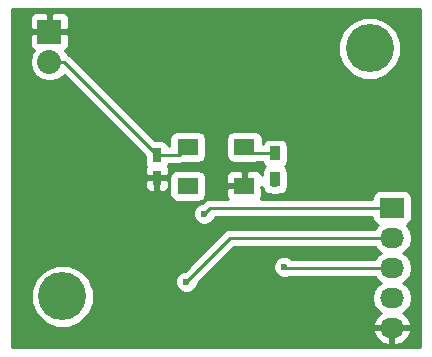
<source format=gbr>
G04 #@! TF.FileFunction,Copper,L1,Top,Signal*
%FSLAX46Y46*%
G04 Gerber Fmt 4.6, Leading zero omitted, Abs format (unit mm)*
G04 Created by KiCad (PCBNEW (2015-09-17 BZR 6202)-product) date Saturday, October 24, 2015 'PMt' 10:04:51 PM*
%MOMM*%
G01*
G04 APERTURE LIST*
%ADD10C,0.100000*%
%ADD11R,0.750000X1.200000*%
%ADD12R,2.032000X1.727200*%
%ADD13O,2.032000X1.727200*%
%ADD14R,2.032000X2.032000*%
%ADD15O,2.032000X2.032000*%
%ADD16R,0.900000X1.200000*%
%ADD17R,1.800000X1.400000*%
%ADD18C,4.064000*%
%ADD19C,0.600000*%
%ADD20C,0.250000*%
%ADD21C,0.254000*%
G04 APERTURE END LIST*
D10*
D11*
X113000000Y-114950000D03*
X113000000Y-113050000D03*
D12*
X132900000Y-117500000D03*
D13*
X132900000Y-120040000D03*
X132900000Y-122580000D03*
X132900000Y-125120000D03*
X132900000Y-127660000D03*
D14*
X103900000Y-102600000D03*
D15*
X103900000Y-105140000D03*
D16*
X123000000Y-115100000D03*
X123000000Y-112900000D03*
D17*
X115600000Y-112350000D03*
X115600000Y-115650000D03*
X120400000Y-115650000D03*
X120400000Y-112350000D03*
D18*
X131000000Y-104000000D03*
X105000000Y-125000000D03*
X105000000Y-125000000D03*
D19*
X115500000Y-123750000D03*
X117000000Y-118000000D03*
X123000000Y-115500000D03*
X123750000Y-122500000D03*
D20*
X113000000Y-113050000D02*
X114900000Y-113050000D01*
X114900000Y-113050000D02*
X115600000Y-112350000D01*
X103900000Y-105140000D02*
X105090000Y-105140000D01*
X105090000Y-105140000D02*
X113000000Y-113050000D01*
X132900000Y-120040000D02*
X119210000Y-120040000D01*
X119210000Y-120040000D02*
X115500000Y-123750000D01*
X132900000Y-117500000D02*
X117500000Y-117500000D01*
X117500000Y-117500000D02*
X117000000Y-118000000D01*
X123000000Y-115500000D02*
X123000000Y-115100000D01*
X132900000Y-122580000D02*
X123830000Y-122580000D01*
X123830000Y-122580000D02*
X123750000Y-122500000D01*
X123000000Y-112900000D02*
X120950000Y-112900000D01*
X120950000Y-112900000D02*
X120400000Y-112350000D01*
D21*
G36*
X135290000Y-129290000D02*
X100710000Y-129290000D01*
X100710000Y-128019026D01*
X131292642Y-128019026D01*
X131295291Y-128034791D01*
X131549268Y-128562036D01*
X131985680Y-128951954D01*
X132538087Y-129145184D01*
X132773000Y-129000924D01*
X132773000Y-127787000D01*
X133027000Y-127787000D01*
X133027000Y-129000924D01*
X133261913Y-129145184D01*
X133814320Y-128951954D01*
X134250732Y-128562036D01*
X134504709Y-128034791D01*
X134507358Y-128019026D01*
X134386217Y-127787000D01*
X133027000Y-127787000D01*
X132773000Y-127787000D01*
X131413783Y-127787000D01*
X131292642Y-128019026D01*
X100710000Y-128019026D01*
X100710000Y-125528172D01*
X102332538Y-125528172D01*
X102737709Y-126508761D01*
X103487293Y-127259655D01*
X104467173Y-127666536D01*
X105528172Y-127667462D01*
X106508761Y-127262291D01*
X107259655Y-126512707D01*
X107666536Y-125532827D01*
X107667462Y-124471828D01*
X107445719Y-123935167D01*
X114564838Y-123935167D01*
X114706883Y-124278943D01*
X114969673Y-124542192D01*
X115313201Y-124684838D01*
X115685167Y-124685162D01*
X116028943Y-124543117D01*
X116292192Y-124280327D01*
X116434838Y-123936799D01*
X116434879Y-123889923D01*
X119524802Y-120800000D01*
X131455352Y-120800000D01*
X131655585Y-121099670D01*
X131970366Y-121310000D01*
X131655585Y-121520330D01*
X131455352Y-121820000D01*
X124392323Y-121820000D01*
X124280327Y-121707808D01*
X123936799Y-121565162D01*
X123564833Y-121564838D01*
X123221057Y-121706883D01*
X122957808Y-121969673D01*
X122815162Y-122313201D01*
X122814838Y-122685167D01*
X122956883Y-123028943D01*
X123219673Y-123292192D01*
X123563201Y-123434838D01*
X123935167Y-123435162D01*
X124165477Y-123340000D01*
X131455352Y-123340000D01*
X131655585Y-123639670D01*
X131970366Y-123850000D01*
X131655585Y-124060330D01*
X131330729Y-124546511D01*
X131216655Y-125120000D01*
X131330729Y-125693489D01*
X131655585Y-126179670D01*
X131965069Y-126386461D01*
X131549268Y-126757964D01*
X131295291Y-127285209D01*
X131292642Y-127300974D01*
X131413783Y-127533000D01*
X132773000Y-127533000D01*
X132773000Y-127513000D01*
X133027000Y-127513000D01*
X133027000Y-127533000D01*
X134386217Y-127533000D01*
X134507358Y-127300974D01*
X134504709Y-127285209D01*
X134250732Y-126757964D01*
X133834931Y-126386461D01*
X134144415Y-126179670D01*
X134469271Y-125693489D01*
X134583345Y-125120000D01*
X134469271Y-124546511D01*
X134144415Y-124060330D01*
X133829634Y-123850000D01*
X134144415Y-123639670D01*
X134469271Y-123153489D01*
X134583345Y-122580000D01*
X134469271Y-122006511D01*
X134144415Y-121520330D01*
X133829634Y-121310000D01*
X134144415Y-121099670D01*
X134469271Y-120613489D01*
X134583345Y-120040000D01*
X134469271Y-119466511D01*
X134144415Y-118980330D01*
X134130087Y-118970757D01*
X134151317Y-118966762D01*
X134367441Y-118827690D01*
X134512431Y-118615490D01*
X134563440Y-118363600D01*
X134563440Y-116636400D01*
X134519162Y-116401083D01*
X134380090Y-116184959D01*
X134167890Y-116039969D01*
X133916000Y-115988960D01*
X131884000Y-115988960D01*
X131648683Y-116033238D01*
X131432559Y-116172310D01*
X131287569Y-116384510D01*
X131236560Y-116636400D01*
X131236560Y-116740000D01*
X121808025Y-116740000D01*
X121838327Y-116709698D01*
X121935000Y-116476309D01*
X121935000Y-115935750D01*
X121776252Y-115777002D01*
X121917049Y-115777002D01*
X121946838Y-115935317D01*
X122085910Y-116151441D01*
X122298110Y-116296431D01*
X122550000Y-116347440D01*
X122602724Y-116347440D01*
X122813201Y-116434838D01*
X123185167Y-116435162D01*
X123397471Y-116347440D01*
X123450000Y-116347440D01*
X123685317Y-116303162D01*
X123901441Y-116164090D01*
X124046431Y-115951890D01*
X124097440Y-115700000D01*
X124097440Y-114500000D01*
X124053162Y-114264683D01*
X123914090Y-114048559D01*
X123844289Y-114000866D01*
X123901441Y-113964090D01*
X124046431Y-113751890D01*
X124097440Y-113500000D01*
X124097440Y-112300000D01*
X124053162Y-112064683D01*
X123914090Y-111848559D01*
X123701890Y-111703569D01*
X123450000Y-111652560D01*
X122550000Y-111652560D01*
X122314683Y-111696838D01*
X122098559Y-111835910D01*
X121953569Y-112048110D01*
X121947440Y-112078376D01*
X121947440Y-111650000D01*
X121903162Y-111414683D01*
X121764090Y-111198559D01*
X121551890Y-111053569D01*
X121300000Y-111002560D01*
X119500000Y-111002560D01*
X119264683Y-111046838D01*
X119048559Y-111185910D01*
X118903569Y-111398110D01*
X118852560Y-111650000D01*
X118852560Y-113050000D01*
X118896838Y-113285317D01*
X119035910Y-113501441D01*
X119248110Y-113646431D01*
X119500000Y-113697440D01*
X121300000Y-113697440D01*
X121498976Y-113660000D01*
X121932666Y-113660000D01*
X121946838Y-113735317D01*
X122085910Y-113951441D01*
X122155711Y-113999134D01*
X122098559Y-114035910D01*
X121953569Y-114248110D01*
X121902560Y-114500000D01*
X121902560Y-114745374D01*
X121838327Y-114590302D01*
X121659699Y-114411673D01*
X121426310Y-114315000D01*
X120685750Y-114315000D01*
X120527000Y-114473750D01*
X120527000Y-115523000D01*
X120547000Y-115523000D01*
X120547000Y-115777000D01*
X120527000Y-115777000D01*
X120527000Y-115797000D01*
X120273000Y-115797000D01*
X120273000Y-115777000D01*
X119023750Y-115777000D01*
X118865000Y-115935750D01*
X118865000Y-116476309D01*
X118961673Y-116709698D01*
X118991975Y-116740000D01*
X117500000Y-116740000D01*
X117209161Y-116797852D01*
X116962599Y-116962599D01*
X116860320Y-117064878D01*
X116814833Y-117064838D01*
X116471057Y-117206883D01*
X116207808Y-117469673D01*
X116065162Y-117813201D01*
X116064838Y-118185167D01*
X116206883Y-118528943D01*
X116469673Y-118792192D01*
X116813201Y-118934838D01*
X117185167Y-118935162D01*
X117528943Y-118793117D01*
X117792192Y-118530327D01*
X117904442Y-118260000D01*
X131236560Y-118260000D01*
X131236560Y-118363600D01*
X131280838Y-118598917D01*
X131419910Y-118815041D01*
X131632110Y-118960031D01*
X131673439Y-118968400D01*
X131655585Y-118980330D01*
X131455352Y-119280000D01*
X119210000Y-119280000D01*
X118919160Y-119337852D01*
X118672599Y-119502599D01*
X115360320Y-122814878D01*
X115314833Y-122814838D01*
X114971057Y-122956883D01*
X114707808Y-123219673D01*
X114565162Y-123563201D01*
X114564838Y-123935167D01*
X107445719Y-123935167D01*
X107262291Y-123491239D01*
X106512707Y-122740345D01*
X105532827Y-122333464D01*
X104471828Y-122332538D01*
X103491239Y-122737709D01*
X102740345Y-123487293D01*
X102333464Y-124467173D01*
X102332538Y-125528172D01*
X100710000Y-125528172D01*
X100710000Y-115235750D01*
X111990000Y-115235750D01*
X111990000Y-115676309D01*
X112086673Y-115909698D01*
X112265301Y-116088327D01*
X112498690Y-116185000D01*
X112714250Y-116185000D01*
X112873000Y-116026250D01*
X112873000Y-115077000D01*
X113127000Y-115077000D01*
X113127000Y-116026250D01*
X113285750Y-116185000D01*
X113501310Y-116185000D01*
X113734699Y-116088327D01*
X113913327Y-115909698D01*
X114010000Y-115676309D01*
X114010000Y-115235750D01*
X113851250Y-115077000D01*
X113127000Y-115077000D01*
X112873000Y-115077000D01*
X112148750Y-115077000D01*
X111990000Y-115235750D01*
X100710000Y-115235750D01*
X100710000Y-114950000D01*
X114052560Y-114950000D01*
X114052560Y-116350000D01*
X114096838Y-116585317D01*
X114235910Y-116801441D01*
X114448110Y-116946431D01*
X114700000Y-116997440D01*
X116500000Y-116997440D01*
X116735317Y-116953162D01*
X116951441Y-116814090D01*
X117096431Y-116601890D01*
X117147440Y-116350000D01*
X117147440Y-114950000D01*
X117123674Y-114823691D01*
X118865000Y-114823691D01*
X118865000Y-115364250D01*
X119023750Y-115523000D01*
X120273000Y-115523000D01*
X120273000Y-114473750D01*
X120114250Y-114315000D01*
X119373690Y-114315000D01*
X119140301Y-114411673D01*
X118961673Y-114590302D01*
X118865000Y-114823691D01*
X117123674Y-114823691D01*
X117103162Y-114714683D01*
X116964090Y-114498559D01*
X116751890Y-114353569D01*
X116500000Y-114302560D01*
X114700000Y-114302560D01*
X114464683Y-114346838D01*
X114248559Y-114485910D01*
X114103569Y-114698110D01*
X114052560Y-114950000D01*
X100710000Y-114950000D01*
X100710000Y-105140000D01*
X102216655Y-105140000D01*
X102342330Y-105771810D01*
X102700222Y-106307433D01*
X103235845Y-106665325D01*
X103867655Y-106791000D01*
X103932345Y-106791000D01*
X104564155Y-106665325D01*
X105099778Y-106307433D01*
X105132964Y-106257766D01*
X111977560Y-113102362D01*
X111977560Y-113650000D01*
X112021838Y-113885317D01*
X112088329Y-113988646D01*
X112086673Y-113990302D01*
X111990000Y-114223691D01*
X111990000Y-114664250D01*
X112148750Y-114823000D01*
X112873000Y-114823000D01*
X112873000Y-114803000D01*
X113127000Y-114803000D01*
X113127000Y-114823000D01*
X113851250Y-114823000D01*
X114010000Y-114664250D01*
X114010000Y-114223691D01*
X113913327Y-113990302D01*
X113911957Y-113988932D01*
X113971431Y-113901890D01*
X113990039Y-113810000D01*
X114900000Y-113810000D01*
X115190839Y-113752148D01*
X115272716Y-113697440D01*
X116500000Y-113697440D01*
X116735317Y-113653162D01*
X116951441Y-113514090D01*
X117096431Y-113301890D01*
X117147440Y-113050000D01*
X117147440Y-111650000D01*
X117103162Y-111414683D01*
X116964090Y-111198559D01*
X116751890Y-111053569D01*
X116500000Y-111002560D01*
X114700000Y-111002560D01*
X114464683Y-111046838D01*
X114248559Y-111185910D01*
X114103569Y-111398110D01*
X114052560Y-111650000D01*
X114052560Y-112290000D01*
X113992334Y-112290000D01*
X113978162Y-112214683D01*
X113839090Y-111998559D01*
X113626890Y-111853569D01*
X113375000Y-111802560D01*
X112827362Y-111802560D01*
X105627401Y-104602599D01*
X105516013Y-104528172D01*
X128332538Y-104528172D01*
X128737709Y-105508761D01*
X129487293Y-106259655D01*
X130467173Y-106666536D01*
X131528172Y-106667462D01*
X132508761Y-106262291D01*
X133259655Y-105512707D01*
X133666536Y-104532827D01*
X133667462Y-103471828D01*
X133262291Y-102491239D01*
X132512707Y-101740345D01*
X131532827Y-101333464D01*
X130471828Y-101332538D01*
X129491239Y-101737709D01*
X128740345Y-102487293D01*
X128333464Y-103467173D01*
X128332538Y-104528172D01*
X105516013Y-104528172D01*
X105434733Y-104473863D01*
X105233034Y-104171999D01*
X105275698Y-104154327D01*
X105454327Y-103975699D01*
X105551000Y-103742310D01*
X105551000Y-102885750D01*
X105392250Y-102727000D01*
X104027000Y-102727000D01*
X104027000Y-102747000D01*
X103773000Y-102747000D01*
X103773000Y-102727000D01*
X102407750Y-102727000D01*
X102249000Y-102885750D01*
X102249000Y-103742310D01*
X102345673Y-103975699D01*
X102524302Y-104154327D01*
X102566966Y-104171999D01*
X102342330Y-104508190D01*
X102216655Y-105140000D01*
X100710000Y-105140000D01*
X100710000Y-101457690D01*
X102249000Y-101457690D01*
X102249000Y-102314250D01*
X102407750Y-102473000D01*
X103773000Y-102473000D01*
X103773000Y-101107750D01*
X104027000Y-101107750D01*
X104027000Y-102473000D01*
X105392250Y-102473000D01*
X105551000Y-102314250D01*
X105551000Y-101457690D01*
X105454327Y-101224301D01*
X105275698Y-101045673D01*
X105042309Y-100949000D01*
X104185750Y-100949000D01*
X104027000Y-101107750D01*
X103773000Y-101107750D01*
X103614250Y-100949000D01*
X102757691Y-100949000D01*
X102524302Y-101045673D01*
X102345673Y-101224301D01*
X102249000Y-101457690D01*
X100710000Y-101457690D01*
X100710000Y-100710000D01*
X135290000Y-100710000D01*
X135290000Y-129290000D01*
X135290000Y-129290000D01*
G37*
X135290000Y-129290000D02*
X100710000Y-129290000D01*
X100710000Y-128019026D01*
X131292642Y-128019026D01*
X131295291Y-128034791D01*
X131549268Y-128562036D01*
X131985680Y-128951954D01*
X132538087Y-129145184D01*
X132773000Y-129000924D01*
X132773000Y-127787000D01*
X133027000Y-127787000D01*
X133027000Y-129000924D01*
X133261913Y-129145184D01*
X133814320Y-128951954D01*
X134250732Y-128562036D01*
X134504709Y-128034791D01*
X134507358Y-128019026D01*
X134386217Y-127787000D01*
X133027000Y-127787000D01*
X132773000Y-127787000D01*
X131413783Y-127787000D01*
X131292642Y-128019026D01*
X100710000Y-128019026D01*
X100710000Y-125528172D01*
X102332538Y-125528172D01*
X102737709Y-126508761D01*
X103487293Y-127259655D01*
X104467173Y-127666536D01*
X105528172Y-127667462D01*
X106508761Y-127262291D01*
X107259655Y-126512707D01*
X107666536Y-125532827D01*
X107667462Y-124471828D01*
X107445719Y-123935167D01*
X114564838Y-123935167D01*
X114706883Y-124278943D01*
X114969673Y-124542192D01*
X115313201Y-124684838D01*
X115685167Y-124685162D01*
X116028943Y-124543117D01*
X116292192Y-124280327D01*
X116434838Y-123936799D01*
X116434879Y-123889923D01*
X119524802Y-120800000D01*
X131455352Y-120800000D01*
X131655585Y-121099670D01*
X131970366Y-121310000D01*
X131655585Y-121520330D01*
X131455352Y-121820000D01*
X124392323Y-121820000D01*
X124280327Y-121707808D01*
X123936799Y-121565162D01*
X123564833Y-121564838D01*
X123221057Y-121706883D01*
X122957808Y-121969673D01*
X122815162Y-122313201D01*
X122814838Y-122685167D01*
X122956883Y-123028943D01*
X123219673Y-123292192D01*
X123563201Y-123434838D01*
X123935167Y-123435162D01*
X124165477Y-123340000D01*
X131455352Y-123340000D01*
X131655585Y-123639670D01*
X131970366Y-123850000D01*
X131655585Y-124060330D01*
X131330729Y-124546511D01*
X131216655Y-125120000D01*
X131330729Y-125693489D01*
X131655585Y-126179670D01*
X131965069Y-126386461D01*
X131549268Y-126757964D01*
X131295291Y-127285209D01*
X131292642Y-127300974D01*
X131413783Y-127533000D01*
X132773000Y-127533000D01*
X132773000Y-127513000D01*
X133027000Y-127513000D01*
X133027000Y-127533000D01*
X134386217Y-127533000D01*
X134507358Y-127300974D01*
X134504709Y-127285209D01*
X134250732Y-126757964D01*
X133834931Y-126386461D01*
X134144415Y-126179670D01*
X134469271Y-125693489D01*
X134583345Y-125120000D01*
X134469271Y-124546511D01*
X134144415Y-124060330D01*
X133829634Y-123850000D01*
X134144415Y-123639670D01*
X134469271Y-123153489D01*
X134583345Y-122580000D01*
X134469271Y-122006511D01*
X134144415Y-121520330D01*
X133829634Y-121310000D01*
X134144415Y-121099670D01*
X134469271Y-120613489D01*
X134583345Y-120040000D01*
X134469271Y-119466511D01*
X134144415Y-118980330D01*
X134130087Y-118970757D01*
X134151317Y-118966762D01*
X134367441Y-118827690D01*
X134512431Y-118615490D01*
X134563440Y-118363600D01*
X134563440Y-116636400D01*
X134519162Y-116401083D01*
X134380090Y-116184959D01*
X134167890Y-116039969D01*
X133916000Y-115988960D01*
X131884000Y-115988960D01*
X131648683Y-116033238D01*
X131432559Y-116172310D01*
X131287569Y-116384510D01*
X131236560Y-116636400D01*
X131236560Y-116740000D01*
X121808025Y-116740000D01*
X121838327Y-116709698D01*
X121935000Y-116476309D01*
X121935000Y-115935750D01*
X121776252Y-115777002D01*
X121917049Y-115777002D01*
X121946838Y-115935317D01*
X122085910Y-116151441D01*
X122298110Y-116296431D01*
X122550000Y-116347440D01*
X122602724Y-116347440D01*
X122813201Y-116434838D01*
X123185167Y-116435162D01*
X123397471Y-116347440D01*
X123450000Y-116347440D01*
X123685317Y-116303162D01*
X123901441Y-116164090D01*
X124046431Y-115951890D01*
X124097440Y-115700000D01*
X124097440Y-114500000D01*
X124053162Y-114264683D01*
X123914090Y-114048559D01*
X123844289Y-114000866D01*
X123901441Y-113964090D01*
X124046431Y-113751890D01*
X124097440Y-113500000D01*
X124097440Y-112300000D01*
X124053162Y-112064683D01*
X123914090Y-111848559D01*
X123701890Y-111703569D01*
X123450000Y-111652560D01*
X122550000Y-111652560D01*
X122314683Y-111696838D01*
X122098559Y-111835910D01*
X121953569Y-112048110D01*
X121947440Y-112078376D01*
X121947440Y-111650000D01*
X121903162Y-111414683D01*
X121764090Y-111198559D01*
X121551890Y-111053569D01*
X121300000Y-111002560D01*
X119500000Y-111002560D01*
X119264683Y-111046838D01*
X119048559Y-111185910D01*
X118903569Y-111398110D01*
X118852560Y-111650000D01*
X118852560Y-113050000D01*
X118896838Y-113285317D01*
X119035910Y-113501441D01*
X119248110Y-113646431D01*
X119500000Y-113697440D01*
X121300000Y-113697440D01*
X121498976Y-113660000D01*
X121932666Y-113660000D01*
X121946838Y-113735317D01*
X122085910Y-113951441D01*
X122155711Y-113999134D01*
X122098559Y-114035910D01*
X121953569Y-114248110D01*
X121902560Y-114500000D01*
X121902560Y-114745374D01*
X121838327Y-114590302D01*
X121659699Y-114411673D01*
X121426310Y-114315000D01*
X120685750Y-114315000D01*
X120527000Y-114473750D01*
X120527000Y-115523000D01*
X120547000Y-115523000D01*
X120547000Y-115777000D01*
X120527000Y-115777000D01*
X120527000Y-115797000D01*
X120273000Y-115797000D01*
X120273000Y-115777000D01*
X119023750Y-115777000D01*
X118865000Y-115935750D01*
X118865000Y-116476309D01*
X118961673Y-116709698D01*
X118991975Y-116740000D01*
X117500000Y-116740000D01*
X117209161Y-116797852D01*
X116962599Y-116962599D01*
X116860320Y-117064878D01*
X116814833Y-117064838D01*
X116471057Y-117206883D01*
X116207808Y-117469673D01*
X116065162Y-117813201D01*
X116064838Y-118185167D01*
X116206883Y-118528943D01*
X116469673Y-118792192D01*
X116813201Y-118934838D01*
X117185167Y-118935162D01*
X117528943Y-118793117D01*
X117792192Y-118530327D01*
X117904442Y-118260000D01*
X131236560Y-118260000D01*
X131236560Y-118363600D01*
X131280838Y-118598917D01*
X131419910Y-118815041D01*
X131632110Y-118960031D01*
X131673439Y-118968400D01*
X131655585Y-118980330D01*
X131455352Y-119280000D01*
X119210000Y-119280000D01*
X118919160Y-119337852D01*
X118672599Y-119502599D01*
X115360320Y-122814878D01*
X115314833Y-122814838D01*
X114971057Y-122956883D01*
X114707808Y-123219673D01*
X114565162Y-123563201D01*
X114564838Y-123935167D01*
X107445719Y-123935167D01*
X107262291Y-123491239D01*
X106512707Y-122740345D01*
X105532827Y-122333464D01*
X104471828Y-122332538D01*
X103491239Y-122737709D01*
X102740345Y-123487293D01*
X102333464Y-124467173D01*
X102332538Y-125528172D01*
X100710000Y-125528172D01*
X100710000Y-115235750D01*
X111990000Y-115235750D01*
X111990000Y-115676309D01*
X112086673Y-115909698D01*
X112265301Y-116088327D01*
X112498690Y-116185000D01*
X112714250Y-116185000D01*
X112873000Y-116026250D01*
X112873000Y-115077000D01*
X113127000Y-115077000D01*
X113127000Y-116026250D01*
X113285750Y-116185000D01*
X113501310Y-116185000D01*
X113734699Y-116088327D01*
X113913327Y-115909698D01*
X114010000Y-115676309D01*
X114010000Y-115235750D01*
X113851250Y-115077000D01*
X113127000Y-115077000D01*
X112873000Y-115077000D01*
X112148750Y-115077000D01*
X111990000Y-115235750D01*
X100710000Y-115235750D01*
X100710000Y-114950000D01*
X114052560Y-114950000D01*
X114052560Y-116350000D01*
X114096838Y-116585317D01*
X114235910Y-116801441D01*
X114448110Y-116946431D01*
X114700000Y-116997440D01*
X116500000Y-116997440D01*
X116735317Y-116953162D01*
X116951441Y-116814090D01*
X117096431Y-116601890D01*
X117147440Y-116350000D01*
X117147440Y-114950000D01*
X117123674Y-114823691D01*
X118865000Y-114823691D01*
X118865000Y-115364250D01*
X119023750Y-115523000D01*
X120273000Y-115523000D01*
X120273000Y-114473750D01*
X120114250Y-114315000D01*
X119373690Y-114315000D01*
X119140301Y-114411673D01*
X118961673Y-114590302D01*
X118865000Y-114823691D01*
X117123674Y-114823691D01*
X117103162Y-114714683D01*
X116964090Y-114498559D01*
X116751890Y-114353569D01*
X116500000Y-114302560D01*
X114700000Y-114302560D01*
X114464683Y-114346838D01*
X114248559Y-114485910D01*
X114103569Y-114698110D01*
X114052560Y-114950000D01*
X100710000Y-114950000D01*
X100710000Y-105140000D01*
X102216655Y-105140000D01*
X102342330Y-105771810D01*
X102700222Y-106307433D01*
X103235845Y-106665325D01*
X103867655Y-106791000D01*
X103932345Y-106791000D01*
X104564155Y-106665325D01*
X105099778Y-106307433D01*
X105132964Y-106257766D01*
X111977560Y-113102362D01*
X111977560Y-113650000D01*
X112021838Y-113885317D01*
X112088329Y-113988646D01*
X112086673Y-113990302D01*
X111990000Y-114223691D01*
X111990000Y-114664250D01*
X112148750Y-114823000D01*
X112873000Y-114823000D01*
X112873000Y-114803000D01*
X113127000Y-114803000D01*
X113127000Y-114823000D01*
X113851250Y-114823000D01*
X114010000Y-114664250D01*
X114010000Y-114223691D01*
X113913327Y-113990302D01*
X113911957Y-113988932D01*
X113971431Y-113901890D01*
X113990039Y-113810000D01*
X114900000Y-113810000D01*
X115190839Y-113752148D01*
X115272716Y-113697440D01*
X116500000Y-113697440D01*
X116735317Y-113653162D01*
X116951441Y-113514090D01*
X117096431Y-113301890D01*
X117147440Y-113050000D01*
X117147440Y-111650000D01*
X117103162Y-111414683D01*
X116964090Y-111198559D01*
X116751890Y-111053569D01*
X116500000Y-111002560D01*
X114700000Y-111002560D01*
X114464683Y-111046838D01*
X114248559Y-111185910D01*
X114103569Y-111398110D01*
X114052560Y-111650000D01*
X114052560Y-112290000D01*
X113992334Y-112290000D01*
X113978162Y-112214683D01*
X113839090Y-111998559D01*
X113626890Y-111853569D01*
X113375000Y-111802560D01*
X112827362Y-111802560D01*
X105627401Y-104602599D01*
X105516013Y-104528172D01*
X128332538Y-104528172D01*
X128737709Y-105508761D01*
X129487293Y-106259655D01*
X130467173Y-106666536D01*
X131528172Y-106667462D01*
X132508761Y-106262291D01*
X133259655Y-105512707D01*
X133666536Y-104532827D01*
X133667462Y-103471828D01*
X133262291Y-102491239D01*
X132512707Y-101740345D01*
X131532827Y-101333464D01*
X130471828Y-101332538D01*
X129491239Y-101737709D01*
X128740345Y-102487293D01*
X128333464Y-103467173D01*
X128332538Y-104528172D01*
X105516013Y-104528172D01*
X105434733Y-104473863D01*
X105233034Y-104171999D01*
X105275698Y-104154327D01*
X105454327Y-103975699D01*
X105551000Y-103742310D01*
X105551000Y-102885750D01*
X105392250Y-102727000D01*
X104027000Y-102727000D01*
X104027000Y-102747000D01*
X103773000Y-102747000D01*
X103773000Y-102727000D01*
X102407750Y-102727000D01*
X102249000Y-102885750D01*
X102249000Y-103742310D01*
X102345673Y-103975699D01*
X102524302Y-104154327D01*
X102566966Y-104171999D01*
X102342330Y-104508190D01*
X102216655Y-105140000D01*
X100710000Y-105140000D01*
X100710000Y-101457690D01*
X102249000Y-101457690D01*
X102249000Y-102314250D01*
X102407750Y-102473000D01*
X103773000Y-102473000D01*
X103773000Y-101107750D01*
X104027000Y-101107750D01*
X104027000Y-102473000D01*
X105392250Y-102473000D01*
X105551000Y-102314250D01*
X105551000Y-101457690D01*
X105454327Y-101224301D01*
X105275698Y-101045673D01*
X105042309Y-100949000D01*
X104185750Y-100949000D01*
X104027000Y-101107750D01*
X103773000Y-101107750D01*
X103614250Y-100949000D01*
X102757691Y-100949000D01*
X102524302Y-101045673D01*
X102345673Y-101224301D01*
X102249000Y-101457690D01*
X100710000Y-101457690D01*
X100710000Y-100710000D01*
X135290000Y-100710000D01*
X135290000Y-129290000D01*
M02*

</source>
